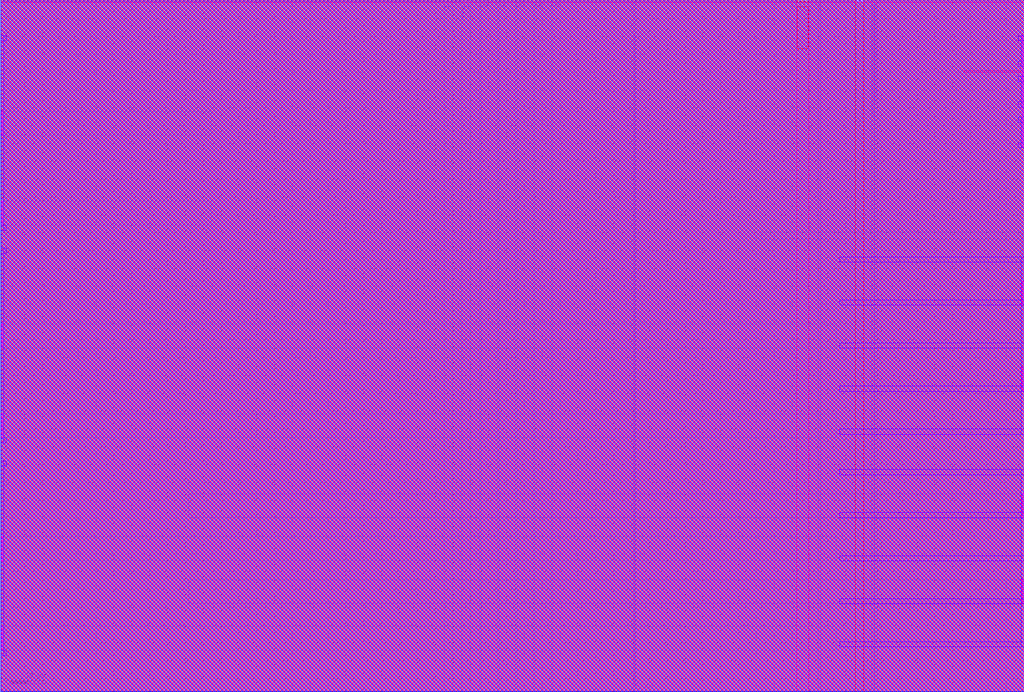
<source format=lef>
VERSION 5.7 ;
BUSBITCHARS "[]" ;
DIVIDERCHAR "/" ;

MACRO PLL_25M_400M
  CLASS BLOCK ;
  ORIGIN -28.225 403.65 ;
  FOREIGN PLL_25M_400M 28.225 -403.65 ;
  SIZE 286.8 BY 194 ;
  SYMMETRY X Y R90 ;
  PIN DVDD
    DIRECTION INOUT ;
    USE POWER ;
    PORT
      LAYER M3 ;
        RECT 152.665 -209.975 154.665 -209.65 ;
    END
  END DVDD
  PIN VSS
    DIRECTION INOUT ;
    USE GROUND ;
    PORT
      LAYER M3 ;
        RECT 157.665 -210.035 159.665 -209.65 ;
    END
    PORT
      LAYER M4 ;
        RECT 267.805 -210.145 269.805 -209.65 ;
    END
  END VSS
  PIN div_sel[0]
    DIRECTION INPUT ;
    USE SIGNAL ;
    PORT
      LAYER M3 ;
        RECT 182.665 -209.75 182.765 -209.65 ;
    END
  END div_sel[0]
  PIN div_sel[1]
    DIRECTION INPUT ;
    USE SIGNAL ;
    PORT
      LAYER M3 ;
        RECT 177.665 -209.75 177.765 -209.65 ;
    END
  END div_sel[1]
  PIN div_sel[2]
    DIRECTION INPUT ;
    USE SIGNAL ;
    PORT
      LAYER M3 ;
        RECT 172.665 -209.75 172.765 -209.65 ;
    END
  END div_sel[2]
  PIN div_sel[3]
    DIRECTION INPUT ;
    USE SIGNAL ;
    PORT
      LAYER M3 ;
        RECT 167.665 -209.75 167.765 -209.65 ;
    END
  END div_sel[3]
  PIN reset
    DIRECTION INPUT ;
    USE SIGNAL ;
    PORT
      LAYER M3 ;
        RECT 162.665 -209.75 162.765 -209.65 ;
    END
  END reset
  PIN CP_20u_Bias
    DIRECTION INPUT ;
    USE SIGNAL ;
    PORT
      LAYER M2 ;
        RECT 272.46 -209.805 272.84 -209.65 ;
    END
  END CP_20u_Bias
  PIN CP_OP_1u_bias
    DIRECTION INPUT ;
    USE SIGNAL ;
    PORT
      LAYER M2 ;
        RECT 273.34 -209.81 273.72 -209.65 ;
    END
  END CP_OP_1u_bias
  PIN f_out
    DIRECTION OUTPUT ;
    USE SIGNAL ;
    PORT
      LAYER M2 ;
        RECT 205.785 -403.65 205.885 -403.55 ;
    END
  END f_out
  PIN input_clk
    DIRECTION INPUT ;
    USE CLOCK ;
    PORT
      LAYER M2 ;
        RECT 257.57 -209.75 257.82 -209.65 ;
    END
  END input_clk
  PIN VDD
    DIRECTION INOUT ;
    USE POWER ;
    PORT
      LAYER M5 ;
        RECT 251.49 -210.18 254.49 -209.65 ;
    END
  END VDD
  OBS
    LAYER M1 SPACING 0.09 ;
      RECT 28.225 -403.65 315.025 -209.65 ;
    LAYER M2 ;
      RECT 273.34 -238.54 273.72 -211.31 ;
      RECT 272.46 -242.71 272.84 -211.305 ;
      RECT 257.57 -212.765 257.82 -211.25 ;
      RECT 205.785 -402.05 206.165 -219.97 ;
    LAYER M2 SPACING 0.1 ;
      RECT 273.91 -403.65 315.025 -209.65 ;
      RECT 273.03 -403.65 273.15 -209.65 ;
      RECT 258.01 -403.65 272.27 -209.65 ;
      RECT 28.225 -403.36 257.38 -209.65 ;
      RECT 28.225 -403.36 272.27 -209.94 ;
      RECT 28.225 -403.36 273.15 -209.995 ;
      RECT 206.075 -403.65 315.025 -210 ;
      RECT 28.225 -403.65 205.595 -209.65 ;
    LAYER M3 ;
      RECT 241.275 -276.8 314.815 -274.83 ;
      RECT 314.395 -319.365 314.815 -274.83 ;
      RECT 184.265 -211.65 184.665 -209.65 ;
      RECT 182.665 -211.65 184.665 -211.25 ;
      RECT 179.265 -211.65 179.665 -209.65 ;
      RECT 177.665 -211.65 179.665 -211.25 ;
      RECT 174.265 -211.65 174.665 -209.65 ;
      RECT 172.665 -211.65 174.665 -211.25 ;
      RECT 169.265 -211.65 169.665 -209.65 ;
      RECT 167.665 -211.65 169.665 -211.25 ;
      RECT 164.265 -211.65 164.665 -209.65 ;
      RECT 162.665 -211.65 164.665 -211.25 ;
      RECT 157.665 -211.65 159.665 -211.535 ;
      RECT 157.715 -215.4 157.815 -211.535 ;
      RECT 152.665 -211.65 154.665 -211.475 ;
      RECT 152.715 -212.4 152.815 -211.475 ;
      RECT 80.955 -378.965 314.815 -372.305 ;
      RECT 80.955 -354.835 314.815 -348.175 ;
    LAYER M3 SPACING 0.1 ;
      RECT 273.91 -403.65 315.025 -209.65 ;
      RECT 273.03 -403.65 273.15 -209.65 ;
      RECT 258.01 -403.65 272.27 -209.65 ;
      RECT 182.955 -403.36 257.38 -209.65 ;
      RECT 177.955 -403.65 182.475 -209.65 ;
      RECT 172.955 -403.65 177.475 -209.65 ;
      RECT 167.955 -403.65 172.475 -209.65 ;
      RECT 162.955 -403.65 167.475 -209.65 ;
      RECT 159.855 -403.65 162.475 -209.65 ;
      RECT 154.855 -403.65 157.475 -209.65 ;
      RECT 28.225 -403.65 152.475 -209.65 ;
      RECT 159.855 -403.36 272.27 -209.94 ;
      RECT 159.855 -403.36 273.15 -209.995 ;
      RECT 206.075 -403.65 315.025 -210 ;
      RECT 28.225 -403.65 157.475 -210.165 ;
      RECT 28.225 -403.65 205.595 -210.225 ;
    LAYER M4 ;
      RECT 28.435 -247.7 87.215 -241.04 ;
      RECT 28.435 -392.01 28.855 -241.04 ;
      RECT 28.435 -272.81 87.215 -266.15 ;
      RECT 28.435 -307.3 262.345 -300.64 ;
      RECT 28.435 -332.41 262.345 -325.75 ;
      RECT 28.435 -366.9 262.345 -360.24 ;
      RECT 28.435 -392.01 262.345 -385.35 ;
      RECT 314.395 -378.965 314.815 -372.305 ;
      RECT 314.395 -354.835 314.815 -348.175 ;
      RECT 314.395 -319.365 314.815 -312.705 ;
      RECT 314.395 -295.235 314.815 -288.575 ;
      RECT 267.805 -243.835 269.805 -211.645 ;
    LAYER M4 SPACING 0.1 ;
      RECT 269.995 -403.65 315.025 -209.65 ;
      RECT 182.955 -403.65 267.615 -209.65 ;
      RECT 177.955 -403.65 182.475 -209.65 ;
      RECT 172.955 -403.65 177.475 -209.65 ;
      RECT 167.955 -403.65 172.475 -209.65 ;
      RECT 162.955 -403.65 167.475 -209.65 ;
      RECT 159.855 -403.65 162.475 -209.65 ;
      RECT 154.855 -403.65 157.475 -209.65 ;
      RECT 28.225 -403.65 152.475 -209.65 ;
      RECT 159.855 -403.65 267.615 -209.94 ;
      RECT 28.225 -403.65 157.475 -210.165 ;
      RECT 28.225 -403.65 267.615 -210.225 ;
      RECT 28.225 -403.65 315.025 -210.335 ;
    LAYER M5 ;
      RECT 314.395 -378.965 314.815 -372.305 ;
      RECT 314.395 -354.835 314.815 -348.175 ;
      RECT 314.395 -319.365 314.815 -312.705 ;
      RECT 314.395 -295.235 314.815 -288.575 ;
      RECT 251.49 -223.355 254.49 -211.68 ;
      RECT 28.435 -392.01 28.855 -385.35 ;
      RECT 28.435 -366.9 28.855 -360.24 ;
      RECT 28.435 -332.41 28.855 -325.75 ;
      RECT 28.435 -307.3 28.855 -300.64 ;
      RECT 28.435 -272.81 28.855 -266.15 ;
      RECT 28.435 -247.7 28.855 -241.04 ;
    LAYER M5 SPACING 0.1 ;
      RECT 269.995 -403.65 315.025 -209.65 ;
      RECT 254.68 -403.65 267.615 -209.65 ;
      RECT 28.225 -403.65 251.3 -209.65 ;
      RECT 254.68 -403.65 315.025 -210.335 ;
      RECT 28.225 -403.65 315.025 -210.37 ;
    LAYER M6 ;
      RECT 314.395 -378.965 314.815 -372.305 ;
      RECT 314.395 -354.835 314.815 -348.175 ;
      RECT 314.395 -319.365 314.815 -312.705 ;
      RECT 314.395 -295.235 314.815 -288.575 ;
      RECT 298.005 -229.95 314.785 -229.55 ;
      RECT 28.435 -392.01 28.855 -385.35 ;
      RECT 28.435 -366.9 28.855 -360.24 ;
      RECT 28.435 -332.41 28.855 -325.75 ;
      RECT 28.435 -307.3 28.855 -300.64 ;
      RECT 28.435 -272.81 28.855 -266.15 ;
      RECT 28.435 -247.7 28.855 -241.04 ;
    LAYER M6 SPACING 0.1 ;
      RECT 254.68 -403.65 315.025 -209.65 ;
      RECT 28.225 -403.65 251.3 -209.65 ;
      RECT 28.225 -403.65 315.025 -210.37 ;
    LAYER M7 ;
      RECT 314.245 -228.25 314.965 -219.85 ;
      RECT 314.405 -251.05 314.805 -219.85 ;
      RECT 314.245 -239.65 314.965 -231.25 ;
      RECT 314.245 -251.05 314.965 -242.65 ;
      RECT 314.345 -379.045 314.865 -372.225 ;
      RECT 314.345 -354.915 314.865 -348.095 ;
      RECT 314.345 -319.445 314.865 -312.625 ;
      RECT 314.345 -295.315 314.865 -288.495 ;
      RECT 28.385 -392.09 28.905 -385.27 ;
      RECT 28.385 -366.98 28.905 -360.16 ;
      RECT 28.385 -332.49 28.905 -325.67 ;
      RECT 28.385 -307.38 28.905 -300.56 ;
      RECT 28.385 -272.89 28.905 -266.07 ;
      RECT 28.385 -247.78 28.905 -240.96 ;
    LAYER M7 SPACING 0.1 ;
      RECT 28.225 -403.65 315.025 -209.65 ;
    LAYER M8 ;
      RECT 263.345 -342.85 315.025 -341.39 ;
      RECT 314.185 -391.11 315.025 -341.39 ;
      RECT 263.345 -354.915 315.025 -353.455 ;
      RECT 263.345 -366.98 315.025 -365.52 ;
      RECT 263.345 -379.045 315.025 -377.585 ;
      RECT 263.345 -391.11 315.025 -389.65 ;
      RECT 263.345 -283.25 315.025 -281.79 ;
      RECT 314.185 -331.51 315.025 -281.79 ;
      RECT 263.345 -295.315 315.025 -293.855 ;
      RECT 263.345 -307.38 315.025 -305.92 ;
      RECT 263.345 -319.445 315.025 -317.985 ;
      RECT 263.345 -331.51 315.025 -330.05 ;
      RECT 313.345 -244.01 315.025 -242.55 ;
      RECT 314.185 -251.15 315.025 -242.55 ;
      RECT 313.345 -251.15 315.025 -249.69 ;
      RECT 313.345 -232.61 315.025 -231.15 ;
      RECT 314.185 -239.75 315.025 -231.15 ;
      RECT 313.345 -239.75 315.025 -238.29 ;
      RECT 313.345 -221.21 315.025 -219.75 ;
      RECT 314.185 -228.35 315.025 -219.75 ;
      RECT 313.345 -228.35 315.025 -226.89 ;
      RECT 28.225 -340.41 29.905 -338.95 ;
      RECT 28.225 -393.55 29.065 -338.95 ;
      RECT 28.225 -393.55 29.905 -392.09 ;
      RECT 28.225 -280.81 29.905 -279.35 ;
      RECT 28.225 -333.95 29.065 -279.35 ;
      RECT 28.225 -333.95 29.905 -332.49 ;
      RECT 28.225 -221.21 29.905 -219.75 ;
      RECT 28.225 -274.35 29.065 -219.75 ;
      RECT 28.225 -274.35 29.905 -272.89 ;
    LAYER M8 SPACING 0.4 ;
      RECT 28.225 -403.65 315.025 -209.65 ;
    LAYER M9 SPACING 2 ;
      RECT 28.225 -403.65 315.025 -209.65 ;
  END
END PLL_25M_400M

END LIBRARY

</source>
